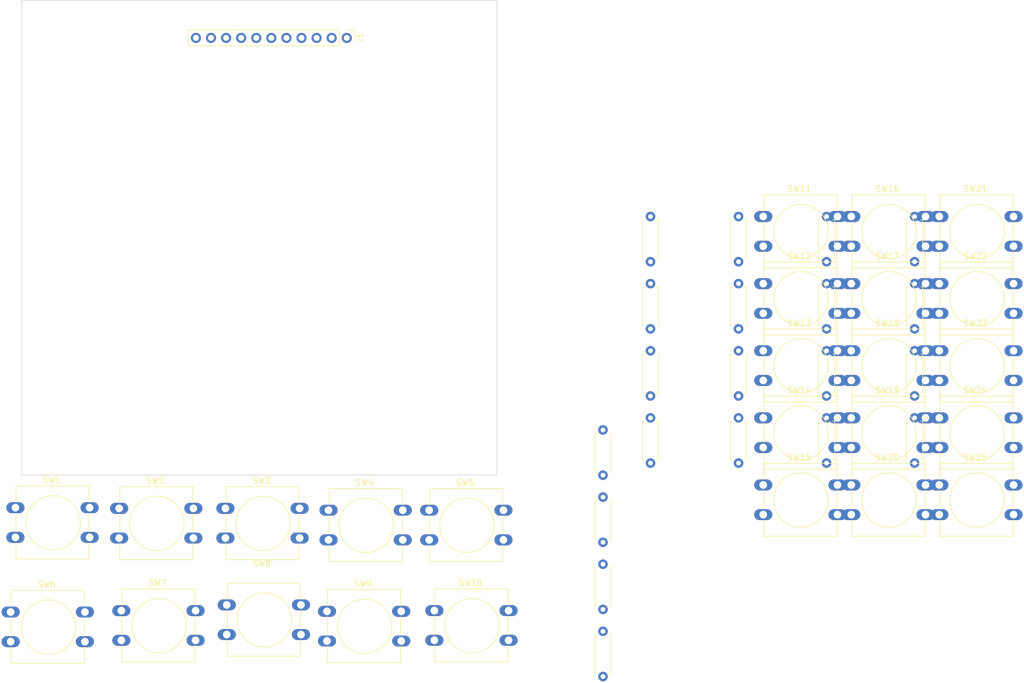
<source format=kicad_pcb>
(kicad_pcb (version 20211014) (generator pcbnew)
  (layers (0 "F.Cu" signal) (31 "B.Cu" signal) (34 "B.Paste" user) (35 "F.Paste" user) (36 "B.SilkS" user "B.Silkscreen") (37 "F.SilkS" user "F.Silkscreen") (38 "B.Mask" user) (39 "F.Mask" user) (44 "Edge.Cuts" user))
  (net 0 "")
  (net 1 "/Teclado/01")
  (net 2 "/Teclado/02")
  (net 3 "/Teclado/03")
  (net 4 "/Teclado/04")
  (net 5 "/Teclado/05")
  (net 6 "/Teclado/06")
  (net 7 "/Teclado/07")
  (net 8 "/Teclado/08")
  (net 9 "/Teclado/09")
  (net 10 "/Teclado/10")
  (net 12 "Net-(R2-Pad2)")
  (net 13 "Net-(R3-Pad2)")
  (net 14 "Net-(R4-Pad2)")
  (net 15 "Net-(R10-Pad2)")
  (net 16 "Net-(R11-Pad1)")
  (net 17 "Net-(R11-Pad2)")
  (net 18 "Net-(R12-Pad2)")
  (net 19 "Net-(R13-Pad2)")
  (net 20 "Net-(R14-Pad2)")
  (net 21 "Net-(R15-Pad2)")
  (net 22 "Net-(R16-Pad2)")
  (net 23 "Net-(R1-Pad2)")
  (net 24 "Net-(R10-Pad1)")
  (net 25 "Net-(R17-Pad2)")
  (net 26 "Net-(R18-Pad2)")
  (net 27 "Net-(R19-Pad2)")
  (net 28 "Net-(R20-Pad2)")
  (net 29 "Net-(R12-Pad1)")
  (net 30 "Net-(R13-Pad1)")
  (net 31 "Net-(R14-Pad1)")
  (footprint "Button_Switch_THT:SW_PUSH-12mm" (layer "F.Cu") (at 255.035 130.59)
    (fp_text reference "SW25" (at 6.08 -4.66) (layer "F.SilkS"))
    (fp_text value "SW_Push_Dual")
    (pad "1" thru_hole oval (at 0 0) (size 3.048 1.85) (drill 1.3) (layers *.Cu *.Mask) (net 28 "Net-(R20-Pad2)"))
    (pad "1" thru_hole oval (at 12.5 0) (size 3.048 1.85) (drill 1.3) (layers *.Cu *.Mask) (net 28 "Net-(R20-Pad2)"))
    (pad "2" thru_hole oval (at 0 5) (size 3.048 1.85) (drill 1.3) (layers *.Cu *.Mask) (net 3 "/Teclado/03"))
    (pad "2" thru_hole oval (at 12.5 5) (size 3.048 1.85) (drill 1.3) (layers *.Cu *.Mask) (net 3 "/Teclado/03"))
  )
  (footprint "Resistor_THT:R_Axial_DIN0207_L6.3mm_D2.5mm_P7.62mm_Horizontal" (layer "F.Cu") (at 198.4 155.25 -90)
    (fp_text reference "R20")
    (fp_text value "0R")
    (pad "1" thru_hole circle (at 0 0 270) (size 1.6 1.6) (drill 0.8) (layers *.Cu *.Mask) (net 21 "Net-(R15-Pad2)"))
    (pad "2" thru_hole oval (at 7.62 0 270) (size 1.6 1.6) (drill 0.8) (layers *.Cu *.Mask) (net 28 "Net-(R20-Pad2)"))
  )
  (footprint "Resistor_THT:R_Axial_DIN0207_L6.3mm_D2.5mm_P7.62mm_Horizontal" (layer "F.Cu") (at 250.872493 107.969997 -90)
    (fp_text reference "R15")
    (fp_text value "0R")
    (pad "1" thru_hole circle (at 0 0 270) (size 1.6 1.6) (drill 0.8) (layers *.Cu *.Mask) (net 15 "Net-(R10-Pad2)"))
    (pad "2" thru_hole oval (at 7.62 0 270) (size 1.6 1.6) (drill 0.8) (layers *.Cu *.Mask) (net 21 "Net-(R15-Pad2)"))
  )
  (footprint "Resistor_THT:R_Axial_DIN0207_L6.3mm_D2.5mm_P7.62mm_Horizontal" (layer "F.Cu") (at 206.397499 107.969997 -90)
    (fp_text reference "R3")
    (fp_text value "0R")
    (pad "1" thru_hole circle (at 0 0 270) (size 1.6 1.6) (drill 0.8) (layers *.Cu *.Mask) (net 8 "/Teclado/08"))
    (pad "2" thru_hole oval (at 7.62 0 270) (size 1.6 1.6) (drill 0.8) (layers *.Cu *.Mask) (net 13 "Net-(R3-Pad2)"))
  )
  (footprint "Resistor_THT:R_Axial_DIN0207_L6.3mm_D2.5mm_P7.62mm_Horizontal" (layer "F.Cu") (at 236.047503 96.660012 -90)
    (fp_text reference "R11")
    (fp_text value "0R")
    (pad "1" thru_hole circle (at 0 0 270) (size 1.6 1.6) (drill 0.8) (layers *.Cu *.Mask) (net 16 "Net-(R11-Pad1)"))
    (pad "2" thru_hole oval (at 7.62 0 270) (size 1.6 1.6) (drill 0.8) (layers *.Cu *.Mask) (net 17 "Net-(R11-Pad2)"))
  )
  (footprint "Button_Switch_THT:SW_PUSH-12mm" (layer "F.Cu") (at 240.21 119.28)
    (fp_text reference "SW19" (at 6.08 -4.66) (layer "F.SilkS"))
    (fp_text value "SW_Push_Dual")
    (pad "1" thru_hole oval (at 0 0) (size 3.048 1.85) (drill 1.3) (layers *.Cu *.Mask) (net 20 "Net-(R14-Pad2)"))
    (pad "1" thru_hole oval (at 12.5 0) (size 3.048 1.85) (drill 1.3) (layers *.Cu *.Mask) (net 20 "Net-(R14-Pad2)"))
    (pad "2" thru_hole oval (at 0 5) (size 3.048 1.85) (drill 1.3) (layers *.Cu *.Mask) (net 4 "/Teclado/04"))
    (pad "2" thru_hole oval (at 12.5 5) (size 3.048 1.85) (drill 1.3) (layers *.Cu *.Mask) (net 4 "/Teclado/04"))
  )
  (footprint "Button_Switch_THT:SW_PUSH-12mm" (layer "F.Cu") (at 170 151.76)
    (fp_text reference "SW10" (at 6.08 -4.66) (layer "F.SilkS"))
    (fp_text value "SW_Push_Dual")
    (pad "1" thru_hole oval (at 0 0) (size 3.048 1.85) (drill 1.3) (layers *.Cu *.Mask) (net 24 "Net-(R10-Pad1)"))
    (pad "1" thru_hole oval (at 12.5 0) (size 3.048 1.85) (drill 1.3) (layers *.Cu *.Mask) (net 24 "Net-(R10-Pad1)"))
    (pad "2" thru_hole oval (at 12.5 5) (size 3.048 1.85) (drill 1.3) (layers *.Cu *.Mask) (net 6 "/Teclado/06"))
    (pad "2" thru_hole oval (at 0 5) (size 3.048 1.85) (drill 1.3) (layers *.Cu *.Mask) (net 6 "/Teclado/06"))
  )
  (footprint "Resistor_THT:R_Axial_DIN0207_L6.3mm_D2.5mm_P7.62mm_Horizontal" (layer "F.Cu") (at 198.4 143.93999 -90)
    (fp_text reference "R19")
    (fp_text value "0R")
    (pad "1" thru_hole circle (at 0 0 270) (size 1.6 1.6) (drill 0.8) (layers *.Cu *.Mask) (net 20 "Net-(R14-Pad2)"))
    (pad "2" thru_hole oval (at 7.62 0 270) (size 1.6 1.6) (drill 0.8) (layers *.Cu *.Mask) (net 27 "Net-(R19-Pad2)"))
  )
  (footprint "Resistor_THT:R_Axial_DIN0207_L6.3mm_D2.5mm_P7.62mm_Horizontal" (layer "F.Cu") (at 236.047503 107.969997 -90)
    (fp_text reference "R12")
    (fp_text value "0R")
    (pad "1" thru_hole circle (at 0 0 270) (size 1.6 1.6) (drill 0.8) (layers *.Cu *.Mask) (net 29 "Net-(R12-Pad1)"))
    (pad "2" thru_hole oval (at 7.62 0 270) (size 1.6 1.6) (drill 0.8) (layers *.Cu *.Mask) (net 18 "Net-(R12-Pad2)"))
  )
  (footprint "Button_Switch_THT:SW_PUSH-12mm" (layer "F.Cu") (at 225.385 96.66)
    (fp_text reference "SW12" (at 6.08 -4.66) (layer "F.SilkS"))
    (fp_text value "SW_Push_Dual")
    (pad "1" thru_hole oval (at 0 0) (size 3.048 1.85) (drill 1.3) (layers *.Cu *.Mask) (net 29 "Net-(R12-Pad1)"))
    (pad "1" thru_hole oval (at 12.5 0) (size 3.048 1.85) (drill 1.3) (layers *.Cu *.Mask) (net 29 "Net-(R12-Pad1)"))
    (pad "2" thru_hole oval (at 0 5) (size 3.048 1.85) (drill 1.3) (layers *.Cu *.Mask) (net 7 "/Teclado/07"))
    (pad "2" thru_hole oval (at 12.5 5) (size 3.048 1.85) (drill 1.3) (layers *.Cu *.Mask) (net 7 "/Teclado/07"))
  )
  (footprint "Resistor_THT:R_Axial_DIN0207_L6.3mm_D2.5mm_P7.62mm_Horizontal" (layer "F.Cu") (at 236.047503 85.350002 -90)
    (fp_text reference "R7")
    (fp_text value "0R")
    (pad "1" thru_hole circle (at 0 0 270) (size 1.6 1.6) (drill 0.8) (layers *.Cu *.Mask) (net 12 "Net-(R2-Pad2)"))
    (pad "2" thru_hole oval (at 7.62 0 270) (size 1.6 1.6) (drill 0.8) (layers *.Cu *.Mask) (net 29 "Net-(R12-Pad1)"))
  )
  (footprint "Resistor_THT:R_Axial_DIN0207_L6.3mm_D2.5mm_P7.62mm_Horizontal" (layer "F.Cu") (at 221.222488 96.660012 -90)
    (fp_text reference "R6")
    (fp_text value "0R")
    (pad "1" thru_hole circle (at 0 0 270) (size 1.6 1.6) (drill 0.8) (layers *.Cu *.Mask) (net 23 "Net-(R1-Pad2)"))
    (pad "2" thru_hole oval (at 7.62 0 270) (size 1.6 1.6) (drill 0.8) (layers *.Cu *.Mask) (net 16 "Net-(R11-Pad1)"))
  )
  (footprint "Resistor_THT:R_Axial_DIN0207_L6.3mm_D2.5mm_P7.62mm_Horizontal" (layer "F.Cu") (at 206.397499 119.280008 -90)
    (fp_text reference "R5")
    (fp_text value "0R")
    (pad "1" thru_hole circle (at 0 0 270) (size 1.6 1.6) (drill 0.8) (layers *.Cu *.Mask) (net 1 "/Teclado/01"))
    (pad "2" thru_hole oval (at 7.62 0 270) (size 1.6 1.6) (drill 0.8) (layers *.Cu *.Mask) (net 24 "Net-(R10-Pad1)"))
  )
  (footprint "Resistor_THT:R_Axial_DIN0207_L6.3mm_D2.5mm_P7.62mm_Horizontal" (layer "F.Cu") (at 221.222488 85.350002 -90)
    (fp_text reference "R4")
    (fp_text value "0R")
    (pad "1" thru_hole circle (at 0 0 270) (size 1.6 1.6) (drill 0.8) (layers *.Cu *.Mask) (net 2 "/Teclado/02"))
    (pad "2" thru_hole oval (at 7.62 0 270) (size 1.6 1.6) (drill 0.8) (layers *.Cu *.Mask) (net 14 "Net-(R4-Pad2)"))
  )
  (footprint "Button_Switch_THT:SW_PUSH-12mm" (layer "F.Cu") (at 169.13 134.84)
    (fp_text reference "SW5" (at 6.08 -4.66) (layer "F.SilkS"))
    (fp_text value "SW_Push_Dual")
    (pad "1" thru_hole oval (at 0 0) (size 3.048 1.85) (drill 1.3) (layers *.Cu *.Mask) (net 1 "/Teclado/01"))
    (pad "1" thru_hole oval (at 12.5 0) (size 3.048 1.85) (drill 1.3) (layers *.Cu *.Mask) (net 1 "/Teclado/01"))
    (pad "2" thru_hole oval (at 0 5) (size 3.048 1.85) (drill 1.3) (layers *.Cu *.Mask) (net 5 "/Teclado/05"))
    (pad "2" thru_hole oval (at 12.5 5) (size 3.048 1.85) (drill 1.3) (layers *.Cu *.Mask) (net 5 "/Teclado/05"))
  )
  (footprint "Button_Switch_THT:SW_PUSH-12mm" (layer "F.Cu") (at 98.65 152)
    (fp_text reference "SW6" (at 6.08 -4.66) (layer "F.SilkS"))
    (fp_text value "SW_Push_Dual")
    (pad "1" thru_hole oval (at 0 0) (size 3.048 1.85) (drill 1.3) (layers *.Cu *.Mask) (net 23 "Net-(R1-Pad2)"))
    (pad "1" thru_hole oval (at 12.5 0) (size 3.048 1.85) (drill 1.3) (layers *.Cu *.Mask) (net 23 "Net-(R1-Pad2)"))
    (pad "2" thru_hole oval (at 12.5 5) (size 3.048 1.85) (drill 1.3) (layers *.Cu *.Mask) (net 6 "/Teclado/06"))
    (pad "2" thru_hole oval (at 0 5) (size 3.048 1.85) (drill 1.3) (layers *.Cu *.Mask) (net 6 "/Teclado/06"))
  )
  (footprint "Button_Switch_THT:SW_PUSH-12mm" (layer "F.Cu") (at 255.035 119.28)
    (fp_text reference "SW24" (at 6.08 -4.66) (layer "F.SilkS"))
    (fp_text value "SW_Push_Dual")
    (pad "1" thru_hole oval (at 12.5 0) (size 3.048 1.85) (drill 1.3) (layers *.Cu *.Mask) (net 27 "Net-(R19-Pad2)"))
    (pad "1" thru_hole oval (at 0 0) (size 3.048 1.85) (drill 1.3) (layers *.Cu *.Mask) (net 27 "Net-(R19-Pad2)"))
    (pad "2" thru_hole oval (at 0 5) (size 3.048 1.85) (drill 1.3) (layers *.Cu *.Mask) (net 3 "/Teclado/03"))
    (pad "2" thru_hole oval (at 12.5 5) (size 3.048 1.85) (drill 1.3) (layers *.Cu *.Mask) (net 3 "/Teclado/03"))
  )
  (footprint "Button_Switch_THT:SW_PUSH-12mm" (layer "F.Cu") (at 134.81 134.53)
    (fp_text reference "SW3" (at 6.08 -4.66) (layer "F.SilkS"))
    (fp_text value "SW_Push_Dual")
    (pad "1" thru_hole oval (at 12.5 0) (size 3.048 1.85) (drill 1.3) (layers *.Cu *.Mask) (net 8 "/Teclado/08"))
    (pad "1" thru_hole oval (at 0 0) (size 3.048 1.85) (drill 1.3) (layers *.Cu *.Mask) (net 8 "/Teclado/08"))
    (pad "2" thru_hole oval (at 0 5) (size 3.048 1.85) (drill 1.3) (layers *.Cu *.Mask) (net 5 "/Teclado/05"))
    (pad "2" thru_hole oval (at 12.5 5) (size 3.048 1.85) (drill 1.3) (layers *.Cu *.Mask) (net 5 "/Teclado/05"))
  )
  (footprint "Button_Switch_THT:SW_PUSH-12mm" (layer "F.Cu") (at 240.21 130.59)
    (fp_text reference "SW20" (at 6.08 -4.66) (layer "F.SilkS"))
    (fp_text value "SW_Push_Dual")
    (pad "1" thru_hole oval (at 0 0) (size 3.048 1.85) (drill 1.3) (layers *.Cu *.Mask) (net 21 "Net-(R15-Pad2)"))
    (pad "1" thru_hole oval (at 12.5 0) (size 3.048 1.85) (drill 1.3) (layers *.Cu *.Mask) (net 21 "Net-(R15-Pad2)"))
    (pad "2" thru_hole oval (at 0 5) (size 3.048 1.85) (drill 1.3) (layers *.Cu *.Mask) (net 4 "/Teclado/04"))
    (pad "2" thru_hole oval (at 12.5 5) (size 3.048 1.85) (drill 1.3) (layers *.Cu *.Mask) (net 4 "/Teclado/04"))
  )
  (footprint "Button_Switch_THT:SW_PUSH-12mm" (layer "F.Cu") (at 225.385 130.59)
    (fp_text reference "SW15" (at 6.08 -4.66) (layer "F.SilkS"))
    (fp_text value "SW_Push_Dual")
    (pad "1" thru_hole oval (at 0 0) (size 3.048 1.85) (drill 1.3) (layers *.Cu *.Mask) (net 15 "Net-(R10-Pad2)"))
    (pad "1" thru_hole oval (at 12.5 0) (size 3.048 1.85) (drill 1.3) (layers *.Cu *.Mask) (net 15 "Net-(R10-Pad2)"))
    (pad "2" thru_hole oval (at 0 5) (size 3.048 1.85) (drill 1.3) (layers *.Cu *.Mask) (net 7 "/Teclado/07"))
    (pad "2" thru_hole oval (at 12.5 5) (size 3.048 1.85) (drill 1.3) (layers *.Cu *.Mask) (net 7 "/Teclado/07"))
  )
  (footprint "Resistor_THT:R_Axial_DIN0207_L6.3mm_D2.5mm_P7.62mm_Horizontal" (layer "F.Cu") (at 198.4 132.629979 -90)
    (fp_text reference "R18")
    (fp_text value "0R")
    (pad "1" thru_hole circle (at 0 0 270) (size 1.6 1.6) (drill 0.8) (layers *.Cu *.Mask) (net 19 "Net-(R13-Pad2)"))
    (pad "2" thru_hole oval (at 7.62 0 270) (size 1.6 1.6) (drill 0.8) (layers *.Cu *.Mask) (net 26 "Net-(R18-Pad2)"))
  )
  (footprint "Button_Switch_THT:SW_PUSH-12mm" (layer "F.Cu") (at 152.18 134.84)
    (fp_text reference "SW4" (at 6.08 -4.66) (layer "F.SilkS"))
    (fp_text value "SW_Push_Dual")
    (pad "1" thru_hole oval (at 12.5 0) (size 3.048 1.85) (drill 1.3) (layers *.Cu *.Mask) (net 2 "/Teclado/02"))
    (pad "1" thru_hole oval (at 0 0) (size 3.048 1.85) (drill 1.3) (layers *.Cu *.Mask) (net 2 "/Teclado/02"))
    (pad "2" thru_hole oval (at 12.5 5) (size 3.048 1.85) (drill 1.3) (layers *.Cu *.Mask) (net 5 "/Teclado/05"))
    (pad "2" thru_hole oval (at 0 5) (size 3.048 1.85) (drill 1.3) (layers *.Cu *.Mask) (net 5 "/Teclado/05"))
  )
  (footprint "Resistor_THT:R_Axial_DIN0207_L6.3mm_D2.5mm_P7.62mm_Horizontal" (layer "F.Cu") (at 236.047503 119.280008 -90)
    (fp_text reference "R13")
    (fp_text value "0R")
    (pad "1" thru_hole circle (at 0 0 270) (size 1.6 1.6) (drill 0.8) (layers *.Cu *.Mask) (net 30 "Net-(R13-Pad1)"))
    (pad "2" thru_hole oval (at 7.62 0 270) (size 1.6 1.6) (drill 0.8) (layers *.Cu *.Mask) (net 19 "Net-(R13-Pad2)"))
  )
  (footprint "Button_Switch_THT:SW_PUSH-12mm" (layer "F.Cu") (at 225.385 119.28)
    (fp_text reference "SW14" (at 6.08 -4.66) (layer "F.SilkS"))
    (fp_text value "SW_Push_Dual")
    (pad "1" thru_hole oval (at 12.5 0) (size 3.048 1.85) (drill 1.3) (layers *.Cu *.Mask) (net 31 "Net-(R14-Pad1)"))
    (pad "1" thru_hole oval (at 0 0) (size 3.048 1.85) (drill 1.3) (layers *.Cu *.Mask) (net 31 "Net-(R14-Pad1)"))
    (pad "2" thru_hole oval (at 0 5) (size 3.048 1.85) (drill 1.3) (layers *.Cu *.Mask) (net 7 "/Teclado/07"))
    (pad "2" thru_hole oval (at 12.5 5) (size 3.048 1.85) (drill 1.3) (layers *.Cu *.Mask) (net 7 "/Teclado/07"))
  )
  (footprint "Button_Switch_THT:SW_PUSH-12mm" (layer "F.Cu") (at 225.385 85.35)
    (fp_text reference "SW11" (at 6.08 -4.66) (layer "F.SilkS"))
    (fp_text value "SW_Push_Dual")
    (pad "1" thru_hole oval (at 0 0) (size 3.048 1.85) (drill 1.3) (layers *.Cu *.Mask) (net 16 "Net-(R11-Pad1)"))
    (pad "1" thru_hole oval (at 12.5 0) (size 3.048 1.85) (drill 1.3) (layers *.Cu *.Mask) (net 16 "Net-(R11-Pad1)"))
    (pad "2" thru_hole oval (at 0 5) (size 3.048 1.85) (drill 1.3) (layers *.Cu *.Mask) (net 7 "/Teclado/07"))
    (pad "2" thru_hole oval (at 12.5 5) (size 3.048 1.85) (drill 1.3) (layers *.Cu *.Mask) (net 7 "/Teclado/07"))
  )
  (footprint "Button_Switch_THT:SW_PUSH-12mm" (layer "F.Cu") (at 117.29 151.77)
    (fp_text reference "SW7" (at 6.08 -4.66) (layer "F.SilkS"))
    (fp_text value "SW_Push_Dual")
    (pad "1" thru_hole oval (at 0 0) (size 3.048 1.85) (drill 1.3) (layers *.Cu *.Mask) (net 12 "Net-(R2-Pad2)"))
    (pad "1" thru_hole oval (at 12.5 0) (size 3.048 1.85) (drill 1.3) (layers *.Cu *.Mask) (net 12 "Net-(R2-Pad2)"))
    (pad "2" thru_hole oval (at 12.5 5) (size 3.048 1.85) (drill 1.3) (layers *.Cu *.Mask) (net 6 "/Teclado/06"))
    (pad "2" thru_hole oval (at 0 5) (size 3.048 1.85) (drill 1.3) (layers *.Cu *.Mask) (net 6 "/Teclado/06"))
  )
  (footprint "Resistor_THT:R_Axial_DIN0207_L6.3mm_D2.5mm_P7.62mm_Horizontal" (layer "F.Cu") (at 206.397499 85.350002 -90)
    (fp_text reference "R1")
    (fp_text value "0R")
    (pad "1" thru_hole circle (at 0 0 270) (size 1.6 1.6) (drill 0.8) (layers *.Cu *.Mask) (net 10 "/Teclado/10"))
    (pad "2" thru_hole oval (at 7.62 0 270) (size 1.6 1.6) (drill 0.8) (layers *.Cu *.Mask) (net 23 "Net-(R1-Pad2)"))
  )
  (footprint "Button_Switch_THT:SW_PUSH-12mm" (layer "F.Cu") (at 240.21 107.97)
    (fp_text reference "SW18" (at 6.08 -4.66) (layer "F.SilkS"))
    (fp_text value "SW_Push_Dual")
    (pad "1" thru_hole oval (at 0 0) (size 3.048 1.85) (drill 1.3) (layers *.Cu *.Mask) (net 19 "Net-(R13-Pad2)"))
    (pad "1" thru_hole oval (at 12.5 0) (size 3.048 1.85) (drill 1.3) (layers *.Cu *.Mask) (net 19 "Net-(R13-Pad2)"))
    (pad "2" thru_hole oval (at 12.5 5) (size 3.048 1.85) (drill 1.3) (layers *.Cu *.Mask) (net 4 "/Teclado/04"))
    (pad "2" thru_hole oval (at 0 5) (size 3.048 1.85) (drill 1.3) (layers *.Cu *.Mask) (net 4 "/Teclado/04"))
  )
  (footprint "Resistor_THT:R_Axial_DIN0207_L6.3mm_D2.5mm_P7.62mm_Horizontal" (layer "F.Cu") (at 221.222488 119.280008 -90)
    (fp_text reference "R9")
    (fp_text value "0R")
    (pad "1" thru_hole circle (at 0 0 270) (size 1.6 1.6) (drill 0.8) (layers *.Cu *.Mask) (net 14 "Net-(R4-Pad2)"))
    (pad "2" thru_hole oval (at 7.62 0 270) (size 1.6 1.6) (drill 0.8) (layers *.Cu *.Mask) (net 31 "Net-(R14-Pad1)"))
  )
  (footprint "Resistor_THT:R_Axial_DIN0207_L6.3mm_D2.5mm_P7.62mm_Horizontal" (layer "F.Cu") (at 221.222488 107.969997 -90)
    (fp_text reference "R8")
    (fp_text value "0R")
    (pad "1" thru_hole circle (at 0 0 270) (size 1.6 1.6) (drill 0.8) (layers *.Cu *.Mask) (net 13 "Net-(R3-Pad2)"))
    (pad "2" thru_hole oval (at 7.62 0 270) (size 1.6 1.6) (drill 0.8) (layers *.Cu *.Mask) (net 30 "Net-(R13-Pad1)"))
  )
  (footprint "Button_Switch_THT:SW_PUSH-12mm" (layer "F.Cu") (at 116.92 134.53)
    (fp_text reference "SW2" (at 6.08 -4.66) (layer "F.SilkS"))
    (fp_text value "SW_Push_Dual")
    (pad "1" thru_hole oval (at 12.5 0) (size 3.048 1.85) (drill 1.3) (layers *.Cu *.Mask) (net 9 "/Teclado/09"))
    (pad "1" thru_hole oval (at 0 0) (size 3.048 1.85) (drill 1.3) (layers *.Cu *.Mask) (net 9 "/Teclado/09"))
    (pad "2" thru_hole oval (at 0 5) (size 3.048 1.85) (drill 1.3) (layers *.Cu *.Mask) (net 5 "/Teclado/05"))
    (pad "2" thru_hole oval (at 12.5 5) (size 3.048 1.85) (drill 1.3) (layers *.Cu *.Mask) (net 5 "/Teclado/05"))
  )
  (footprint "Resistor_THT:R_Axial_DIN0207_L6.3mm_D2.5mm_P7.62mm_Horizontal" (layer "F.Cu") (at 198.4 121.319994 -90)
    (fp_text reference "R17")
    (fp_text value "0R")
    (pad "1" thru_hole circle (at 0 0 270) (size 1.6 1.6) (drill 0.8) (layers *.Cu *.Mask) (net 18 "Net-(R12-Pad2)"))
    (pad "2" thru_hole oval (at 7.62 0 270) (size 1.6 1.6) (drill 0.8) (layers *.Cu *.Mask) (net 25 "Net-(R17-Pad2)"))
  )
  (footprint "Button_Switch_THT:SW_PUSH-12mm" (layer "F.Cu") (at 151.92 151.88)
    (fp_text reference "SW9" (at 6.08 -4.66) (layer "F.SilkS"))
    (fp_text value "SW_Push_Dual")
    (pad "1" thru_hole oval (at 12.5 0) (size 3.048 1.85) (drill 1.3) (layers *.Cu *.Mask) (net 14 "Net-(R4-Pad2)"))
    (pad "1" thru_hole oval (at 0 0) (size 3.048 1.85) (drill 1.3) (layers *.Cu *.Mask) (net 14 "Net-(R4-Pad2)"))
    (pad "2" thru_hole oval (at 0 5) (size 3.048 1.85) (drill 1.3) (layers *.Cu *.Mask) (net 6 "/Teclado/06"))
    (pad "2" thru_hole oval (at 12.5 5) (size 3.048 1.85) (drill 1.3) (layers *.Cu *.Mask) (net 6 "/Teclado/06"))
  )
  (footprint "Button_Switch_THT:SW_PUSH-12mm" (layer "F.Cu") (at 99.45 134.42)
    (fp_text reference "SW1" (at 6.08 -4.66) (layer "F.SilkS"))
    (fp_text value "SW_Push_Dual")
    (pad "1" thru_hole oval (at 0 0) (size 3.048 1.85) (drill 1.3) (layers *.Cu *.Mask) (net 10 "/Teclado/10"))
    (pad "1" thru_hole oval (at 12.5 0) (size 3.048 1.85) (drill 1.3) (layers *.Cu *.Mask) (net 10 "/Teclado/10"))
    (pad "2" thru_hole oval (at 12.5 5) (size 3.048 1.85) (drill 1.3) (layers *.Cu *.Mask) (net 5 "/Teclado/05"))
    (pad "2" thru_hole oval (at 0 5) (size 3.048 1.85) (drill 1.3) (layers *.Cu *.Mask) (net 5 "/Teclado/05"))
  )
  (footprint "Button_Switch_THT:SW_PUSH-12mm" (layer "F.Cu") (at 240.21 85.35)
    (fp_text reference "SW16" (at 6.08 -4.66) (layer "F.SilkS"))
    (fp_text value "SW_Push_Dual")
    (pad "1" thru_hole oval (at 0 0) (size 3.048 1.85) (drill 1.3) (layers *.Cu *.Mask) (net 17 "Net-(R11-Pad2)"))
    (pad "1" thru_hole oval (at 12.5 0) (size 3.048 1.85) (drill 1.3) (layers *.Cu *.Mask) (net 17 "Net-(R11-Pad2)"))
    (pad "2" thru_hole oval (at 0 5) (size 3.048 1.85) (drill 1.3) (layers *.Cu *.Mask) (net 4 "/Teclado/04"))
    (pad "2" thru_hole oval (at 12.5 5) (size 3.048 1.85) (drill 1.3) (layers *.Cu *.Mask) (net 4 "/Teclado/04"))
  )
  (footprint "Button_Switch_THT:SW_PUSH-12mm" (layer "F.Cu") (at 255.035 96.66)
    (fp_text reference "SW22" (at 6.08 -4.66) (layer "F.SilkS"))
    (fp_text value "SW_Push_Dual")
    (pad "1" thru_hole oval (at 0 0) (size 3.048 1.85) (drill 1.3) (layers *.Cu *.Mask) (net 25 "Net-(R17-Pad2)"))
    (pad "1" thru_hole oval (at 12.5 0) (size 3.048 1.85) (drill 1.3) (layers *.Cu *.Mask) (net 25 "Net-(R17-Pad2)"))
    (pad "2" thru_hole oval (at 12.5 5) (size 3.048 1.85) (drill 1.3) (layers *.Cu *.Mask) (net 3 "/Teclado/03"))
    (pad "2" thru_hole oval (at 0 5) (size 3.048 1.85) (drill 1.3) (layers *.Cu *.Mask) (net 3 "/Teclado/03"))
  )
  (footprint "Resistor_THT:R_Axial_DIN0207_L6.3mm_D2.5mm_P7.62mm_Horizontal" (layer "F.Cu") (at 250.872493 96.660012 -90)
    (fp_text reference "R14")
    (fp_text value "0R")
    (pad "1" thru_hole circle (at 0 0 270) (size 1.6 1.6) (drill 0.8) (layers *.Cu *.Mask) (net 31 "Net-(R14-Pad1)"))
    (pad "2" thru_hole oval (at 7.62 0 270) (size 1.6 1.6) (drill 0.8) (layers *.Cu *.Mask) (net 20 "Net-(R14-Pad2)"))
  )
  (footprint "Connector_PinHeader_2.54mm:PinHeader_1x11_P2.54mm_Vertical" (layer "F.Cu") (at 155.25 55.25 -90)
    (fp_text reference "J1" (at 0 -2.33 -90) (layer "F.SilkS"))
    (fp_text value "Conn_01x11")
    (pad "1" thru_hole circle (at 0.000004 -0.000007 270) (size 1.7 1.7) (drill 1) (layers *.Cu *.Mask) (net 1 "/Teclado/01"))
    (pad "2" thru_hole oval (at 0 2.54 270) (size 1.7 1.7) (drill 1) (layers *.Cu *.Mask) (net 2 "/Teclado/02"))
    (pad "3" thru_hole oval (at 0 5.08 270) (size 1.7 1.7) (drill 1) (layers *.Cu *.Mask) (net 3 "/Teclado/03"))
    (pad "4" thru_hole oval (at 0 7.62 270) (size 1.7 1.7) (drill 1) (layers *.Cu *.Mask) (net 4 "/Teclado/04"))
    (pad "5" thru_hole oval (at 0 10.16 270) (size 1.7 1.7) (drill 1) (layers *.Cu *.Mask) (net 5 "/Teclado/05"))
    (pad "6" thru_hole oval (at 0 12.7 270) (size 1.7 1.7) (drill 1) (layers *.Cu *.Mask) (net 6 "/Teclado/06"))
    (pad "7" thru_hole oval (at 0 15.24 270) (size 1.7 1.7) (drill 1) (layers *.Cu *.Mask) (net 7 "/Teclado/07"))
    (pad "8" thru_hole oval (at 0 17.78 270) (size 1.7 1.7) (drill 1) (layers *.Cu *.Mask) (net 8 "/Teclado/08"))
    (pad "9" thru_hole oval (at 0 20.32 270) (size 1.7 1.7) (drill 1) (layers *.Cu *.Mask) (net 9 "/Teclado/09"))
    (pad "10" thru_hole oval (at 0 22.86 270) (size 1.7 1.7) (drill 1) (layers *.Cu *.Mask) (net 10 "/Teclado/10"))
    (pad "11" thru_hole oval (at 0 25.4 270) (size 1.7 1.7) (drill 1) (layers *.Cu *.Mask))
  )
  (footprint "Button_Switch_THT:SW_PUSH-12mm" (layer "F.Cu") (at 255.035 107.97)
    (fp_text reference "SW23" (at 6.08 -4.66) (layer "F.SilkS"))
    (fp_text value "SW_Push_Dual")
    (pad "1" thru_hole oval (at 12.5 0) (size 3.048 1.85) (drill 1.3) (layers *.Cu *.Mask) (net 26 "Net-(R18-Pad2)"))
    (pad "1" thru_hole oval (at 0 0) (size 3.048 1.85) (drill 1.3) (layers *.Cu *.Mask) (net 26 "Net-(R18-Pad2)"))
    (pad "2" thru_hole oval (at 0 5) (size 3.048 1.85) (drill 1.3) (layers *.Cu *.Mask) (net 3 "/Teclado/03"))
    (pad "2" thru_hole oval (at 12.5 5) (size 3.048 1.85) (drill 1.3) (layers *.Cu *.Mask) (net 3 "/Teclado/03"))
  )
  (footprint "Resistor_THT:R_Axial_DIN0207_L6.3mm_D2.5mm_P7.62mm_Horizontal" (layer "F.Cu") (at 250.872493 119.280008 -90)
    (fp_text reference "R16")
    (fp_text value "0R")
    (pad "1" thru_hole circle (at 0 0 270) (size 1.6 1.6) (drill 0.8) (layers *.Cu *.Mask) (net 17 "Net-(R11-Pad2)"))
    (pad "2" thru_hole oval (at 7.62 0 270) (size 1.6 1.6) (drill 0.8) (layers *.Cu *.Mask) (net 22 "Net-(R16-Pad2)"))
  )
  (footprint "Resistor_THT:R_Axial_DIN0207_L6.3mm_D2.5mm_P7.62mm_Horizontal" (layer "F.Cu") (at 206.397499 96.660012 -90)
    (fp_text reference "R2")
    (fp_text value "0R")
    (pad "1" thru_hole circle (at 0 0 270) (size 1.6 1.6) (drill 0.8) (layers *.Cu *.Mask) (net 9 "/Teclado/09"))
    (pad "2" thru_hole oval (at 7.62 0 270) (size 1.6 1.6) (drill 0.8) (layers *.Cu *.Mask) (net 12 "Net-(R2-Pad2)"))
  )
  (footprint "Button_Switch_THT:SW_PUSH-12mm" (layer "F.Cu") (at 135.04 150.8)
    (fp_text reference "SW8" (at 5.91 -6.99) (layer "F.SilkS"))
    (fp_text value "SW_Push_Dual")
    (pad "1" thru_hole oval (at 0 0) (size 3.048 1.85) (drill 1.3) (layers *.Cu *.Mask) (net 13 "Net-(R3-Pad2)"))
    (pad "1" thru_hole oval (at 12.5 0) (size 3.048 1.85) (drill 1.3) (layers *.Cu *.Mask) (net 13 "Net-(R3-Pad2)"))
    (pad "2" thru_hole oval (at 0 5) (size 3.048 1.85) (drill 1.3) (layers *.Cu *.Mask) (net 6 "/Teclado/06"))
    (pad "2" thru_hole oval (at 12.5 5) (size 3.048 1.85) (drill 1.3) (layers *.Cu *.Mask) (net 6 "/Teclado/06"))
  )
  (footprint "Button_Switch_THT:SW_PUSH-12mm" (layer "F.Cu") (at 255.035 85.35)
    (fp_text reference "SW21" (at 6.08 -4.66) (layer "F.SilkS"))
    (fp_text value "SW_Push_Dual")
    (pad "1" thru_hole oval (at 12.5 0) (size 3.048 1.85) (drill 1.3) (layers *.Cu *.Mask) (net 22 "Net-(R16-Pad2)"))
    (pad "1" thru_hole oval (at 0 0) (size 3.048 1.85) (drill 1.3) (layers *.Cu *.Mask) (net 22 "Net-(R16-Pad2)"))
    (pad "2" thru_hole oval (at 0 5) (size 3.048 1.85) (drill 1.3) (layers *.Cu *.Mask) (net 3 "/Teclado/03"))
    (pad "2" thru_hole oval (at 12.5 5) (size 3.048 1.85) (drill 1.3) (layers *.Cu *.Mask) (net 3 "/Teclado/03"))
  )
  (footprint "Resistor_THT:R_Axial_DIN0207_L6.3mm_D2.5mm_P7.62mm_Horizontal" (layer "F.Cu") (at 250.872493 85.350002 -90)
    (fp_text reference "R10")
    (fp_text value "0R")
    (pad "1" thru_hole circle (at 0 0 270) (size 1.6 1.6) (drill 0.8) (layers *.Cu *.Mask) (net 24 "Net-(R10-Pad1)"))
    (pad "2" thru_hole oval (at 7.62 0 270) (size 1.6 1.6) (drill 0.8) (layers *.Cu *.Mask) (net 15 "Net-(R10-Pad2)"))
  )
  (footprint "Button_Switch_THT:SW_PUSH-12mm" (layer "F.Cu") (at 225.385 107.97)
    (fp_text reference "SW13" (at 6.08 -4.66) (layer "F.SilkS"))
    (fp_text value "SW_Push_Dual")
    (pad "1" thru_hole oval (at 12.5 0) (size 3.048 1.85) (drill 1.3) (layers *.Cu *.Mask) (net 30 "Net-(R13-Pad1)"))
    (pad "1" thru_hole oval (at 0 0) (size 3.048 1.85) (drill 1.3) (layers *.Cu *.Mask) (net 30 "Net-(R13-Pad1)"))
    (pad "2" thru_hole oval (at 0 5) (size 3.048 1.85) (drill 1.3) (layers *.Cu *.Mask) (net 7 "/Teclado/07"))
    (pad "2" thru_hole oval (at 12.5 5) (size 3.048 1.85) (drill 1.3) (layers *.Cu *.Mask) (net 7 "/Teclado/07"))
  )
  (footprint "Button_Switch_THT:SW_PUSH-12mm" (layer "F.Cu") (at 240.21 96.66)
    (fp_text reference "SW17" (at 6.08 -4.66) (layer "F.SilkS"))
    (fp_text value "SW_Push_Dual")
    (pad "1" thru_hole oval (at 12.5 0) (size 3.048 1.85) (drill 1.3) (layers *.Cu *.Mask) (net 18 "Net-(R12-Pad2)"))
    (pad "1" thru_hole oval (at 0 0) (size 3.048 1.85) (drill 1.3) (layers *.Cu *.Mask) (net 18 "Net-(R12-Pad2)"))
    (pad "2" thru_hole oval (at 12.5 5) (size 3.048 1.85) (drill 1.3) (layers *.Cu *.Mask) (net 4 "/Teclado/04"))
    (pad "2" thru_hole oval (at 0 5) (size 3.048 1.85) (drill 1.3) (layers *.Cu *.Mask) (net 4 "/Teclado/04"))
  )
  (gr_rect (start 100.53 48.91) (end 180.53 128.91) (layer "Edge.Cuts") (width 0.1) (fill none))
)
</source>
